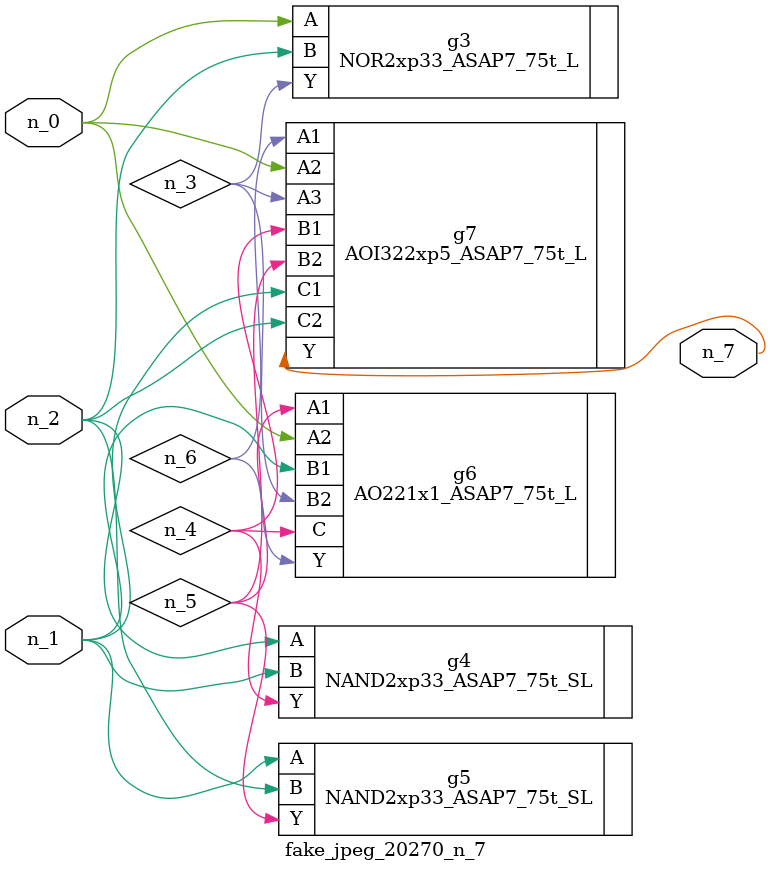
<source format=v>
module fake_jpeg_20270_n_7 (n_0, n_2, n_1, n_7);

input n_0;
input n_2;
input n_1;

output n_7;

wire n_3;
wire n_4;
wire n_6;
wire n_5;

NOR2xp33_ASAP7_75t_L g3 ( 
.A(n_0),
.B(n_2),
.Y(n_3)
);

NAND2xp33_ASAP7_75t_SL g4 ( 
.A(n_2),
.B(n_1),
.Y(n_4)
);

NAND2xp33_ASAP7_75t_SL g5 ( 
.A(n_1),
.B(n_2),
.Y(n_5)
);

AO221x1_ASAP7_75t_L g6 ( 
.A1(n_5),
.A2(n_0),
.B1(n_1),
.B2(n_3),
.C(n_4),
.Y(n_6)
);

AOI322xp5_ASAP7_75t_L g7 ( 
.A1(n_6),
.A2(n_0),
.A3(n_3),
.B1(n_4),
.B2(n_5),
.C1(n_1),
.C2(n_2),
.Y(n_7)
);


endmodule
</source>
